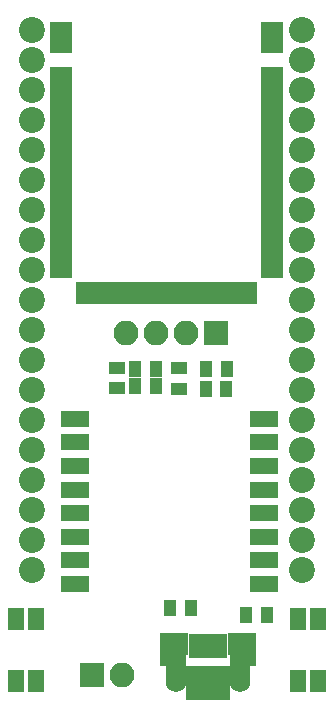
<source format=gts>
G04 #@! TF.GenerationSoftware,KiCad,Pcbnew,5.0.0-rc1-44a33f2~62~ubuntu16.04.1*
G04 #@! TF.CreationDate,2018-04-24T12:49:53+03:00*
G04 #@! TF.ProjectId,nrf52board,6E72663532626F6172642E6B69636164,rev?*
G04 #@! TF.SameCoordinates,Original*
G04 #@! TF.FileFunction,Soldermask,Top*
G04 #@! TF.FilePolarity,Negative*
%FSLAX46Y46*%
G04 Gerber Fmt 4.6, Leading zero omitted, Abs format (unit mm)*
G04 Created by KiCad (PCBNEW 5.0.0-rc1-44a33f2~62~ubuntu16.04.1) date Tue Apr 24 12:49:53 2018*
%MOMM*%
%LPD*%
G01*
G04 APERTURE LIST*
%ADD10C,2.200000*%
%ADD11R,1.900000X1.360000*%
%ADD12R,1.360000X1.900000*%
%ADD13R,1.400000X1.070000*%
%ADD14R,1.070000X1.400000*%
%ADD15R,2.100000X2.100000*%
%ADD16O,2.100000X2.100000*%
%ADD17R,1.750000X2.400000*%
%ADD18R,2.225000X1.100000*%
%ADD19R,2.400000X1.900000*%
%ADD20R,0.800000X2.050000*%
%ADD21O,1.500000X1.900000*%
%ADD22O,1.750000X2.100000*%
%ADD23R,1.830000X2.900000*%
%ADD24R,1.400000X1.950000*%
%ADD25R,2.400000X1.400000*%
G04 APERTURE END LIST*
D10*
X82380000Y-54610000D03*
X82380000Y-57150000D03*
X59520000Y-54610000D03*
X59520000Y-57150000D03*
X59520000Y-59690000D03*
X59520000Y-62230000D03*
X59520000Y-64770000D03*
X59520000Y-67310000D03*
X59520000Y-69850000D03*
X59520000Y-72390000D03*
X59520000Y-74930000D03*
X59520000Y-77470000D03*
X59520000Y-80010000D03*
X59520000Y-82550000D03*
X59520000Y-85090000D03*
X59520000Y-87630000D03*
X59520000Y-90170000D03*
X59520000Y-92710000D03*
X59520000Y-95250000D03*
X59520000Y-97790000D03*
X59520000Y-100330000D03*
X82380000Y-100330000D03*
X82380000Y-97790000D03*
X82380000Y-95250000D03*
X82380000Y-92710000D03*
X82380000Y-90170000D03*
X82380000Y-87630000D03*
X82380000Y-85090000D03*
X82380000Y-82550000D03*
X82380000Y-80010000D03*
X82380000Y-77470000D03*
X82380000Y-74930000D03*
X82380000Y-72390000D03*
X82380000Y-69850000D03*
X82380000Y-67310000D03*
X82380000Y-64770000D03*
X82380000Y-62230000D03*
X82380000Y-59690000D03*
D11*
X79876000Y-54610000D03*
X79876000Y-55880000D03*
X79876000Y-58420000D03*
X79876000Y-59690000D03*
X79876000Y-60960000D03*
X79876000Y-62230000D03*
X79876000Y-63500000D03*
X79876000Y-64770000D03*
X79876000Y-66040000D03*
X79876000Y-67310000D03*
X79876000Y-68580000D03*
X79876000Y-69850000D03*
X79876000Y-71120000D03*
X79876000Y-72390000D03*
X79876000Y-73660000D03*
X79876000Y-74930000D03*
D12*
X77916000Y-76820000D03*
X76646000Y-76820000D03*
X75376000Y-76820000D03*
X74106000Y-76820000D03*
X72836000Y-76820000D03*
X71566000Y-76820000D03*
X70296000Y-76820000D03*
X69026000Y-76820000D03*
X67756000Y-76820000D03*
X66486000Y-76820000D03*
X65216000Y-76820000D03*
X63946000Y-76820000D03*
D11*
X61976000Y-55880000D03*
X61976000Y-58420000D03*
X61976000Y-59690000D03*
X61976000Y-60960000D03*
X61976000Y-62230000D03*
X61976000Y-63500000D03*
X61976000Y-64770000D03*
X61976000Y-66040000D03*
X61976000Y-67310000D03*
X61976000Y-68580000D03*
X61976000Y-69850000D03*
X61976000Y-71120000D03*
X61976000Y-72390000D03*
X61976000Y-73660000D03*
X61976000Y-74930000D03*
X61976000Y-54610000D03*
D13*
X71966000Y-84949000D03*
X71966000Y-83199000D03*
D14*
X71232000Y-103505000D03*
X72982000Y-103505000D03*
X76030000Y-83312000D03*
X74280000Y-83312000D03*
D15*
X75141000Y-80264000D03*
D16*
X72601000Y-80264000D03*
X70061000Y-80264000D03*
X67521000Y-80264000D03*
D17*
X77185000Y-108655000D03*
X71705000Y-108655000D03*
D18*
X71485000Y-107905000D03*
X77435000Y-107905000D03*
D19*
X71585000Y-106605000D03*
X77335000Y-106585000D03*
D20*
X73135000Y-106705000D03*
X73785000Y-106705000D03*
X74435000Y-106705000D03*
X75085000Y-106705000D03*
X75735000Y-106705000D03*
D21*
X72015000Y-106585000D03*
X76855000Y-106585000D03*
D22*
X71705000Y-109585000D03*
X77165000Y-109585000D03*
D23*
X73475000Y-109855000D03*
X75395000Y-109855000D03*
D15*
X64600000Y-109220000D03*
D16*
X67140000Y-109220000D03*
D14*
X79445000Y-104140000D03*
X77695000Y-104140000D03*
X70047000Y-84709000D03*
X68297000Y-84709000D03*
X76002000Y-84963000D03*
X74252000Y-84963000D03*
D24*
X82077000Y-109728000D03*
X82077000Y-104478000D03*
X83777000Y-104478000D03*
X83777000Y-109728000D03*
D25*
X79200000Y-101500000D03*
X79200000Y-99500000D03*
X79200000Y-97500000D03*
X79200000Y-95500000D03*
X79200000Y-93500000D03*
X79200000Y-91500000D03*
X79200000Y-89500000D03*
X79200000Y-87500000D03*
X63200000Y-87500000D03*
X63200000Y-89500000D03*
X63200000Y-91500000D03*
X63200000Y-93500000D03*
X63200000Y-95500000D03*
X63200000Y-97500000D03*
X63200000Y-99500000D03*
X63200000Y-101500000D03*
D14*
X70047000Y-83312000D03*
X68297000Y-83312000D03*
D13*
X66759000Y-83185000D03*
X66759000Y-84935000D03*
D24*
X59901000Y-104478000D03*
X59901000Y-109728000D03*
X58201000Y-109728000D03*
X58201000Y-104478000D03*
M02*

</source>
